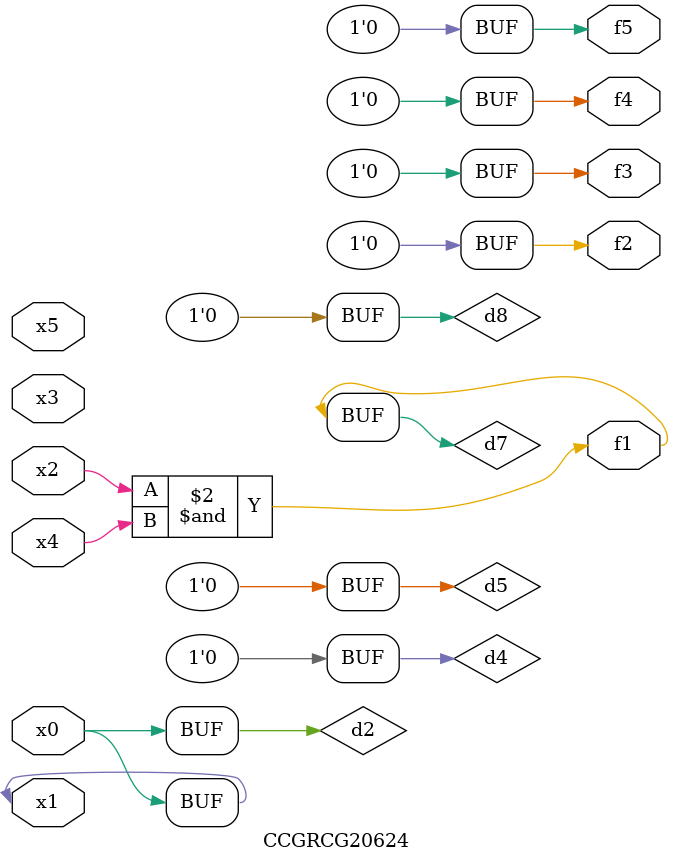
<source format=v>
module CCGRCG20624(
	input x0, x1, x2, x3, x4, x5,
	output f1, f2, f3, f4, f5
);

	wire d1, d2, d3, d4, d5, d6, d7, d8, d9;

	nand (d1, x1);
	buf (d2, x0, x1);
	nand (d3, x2, x4);
	and (d4, d1, d2);
	and (d5, d1, d2);
	nand (d6, d1, d3);
	not (d7, d3);
	xor (d8, d5);
	nor (d9, d5, d6);
	assign f1 = d7;
	assign f2 = d8;
	assign f3 = d8;
	assign f4 = d8;
	assign f5 = d8;
endmodule

</source>
